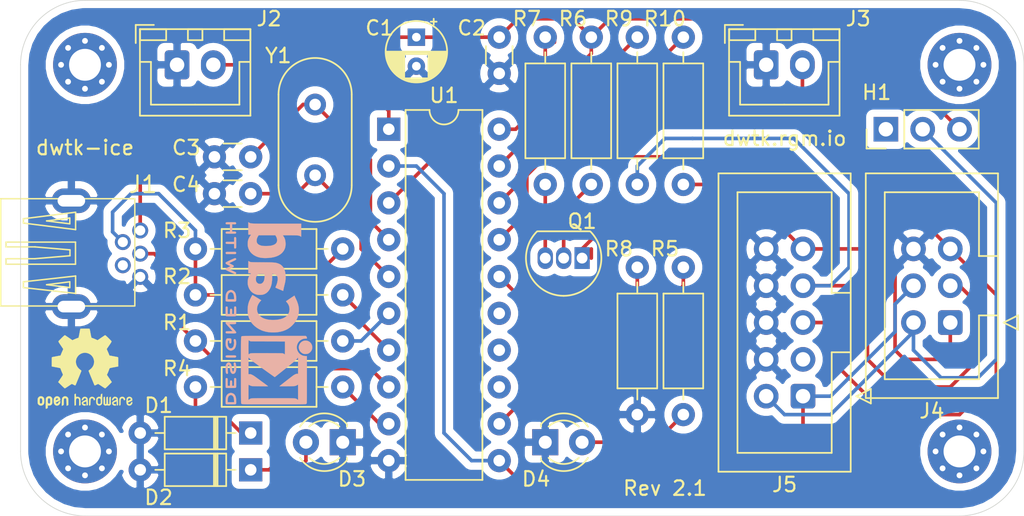
<source format=kicad_pcb>
(kicad_pcb (version 20171130) (host pcbnew 5.1.6)
  (title_block (title dwtk-ice) (date 2020-10-10) (rev 2.1) (company dwtk.rgm.io) (comment 4 "Designed by: Rafael G. Martins"))
  (layers (0 F.Cu signal) (31 B.Cu signal) (35 F.Paste user) (36 B.SilkS user) (37 F.SilkS user) (38 B.Mask user) (39 F.Mask user) (44 Edge.Cuts user))
  (net 0 "")
  (net 1 "Net-(C1-Pad1)")
  (net 2 GND)
  (net 3 "Net-(C3-Pad1)")
  (net 4 "Net-(C4-Pad1)")
  (net 5 "Net-(D1-Pad1)")
  (net 6 "Net-(D2-Pad1)")
  (net 7 "Net-(D3-Pad2)")
  (net 8 "Net-(D4-Pad2)")
  (net 9 "Net-(J2-Pad2)")
  (net 10 "Net-(J3-Pad2)")
  (net 11 "Net-(Q1-Pad2)")
  (net 12 "Net-(Q1-Pad3)")
  (net 13 "Net-(R1-Pad2)")
  (net 14 "Net-(R2-Pad2)")
  (net 15 "Net-(R3-Pad2)")
  (net 16 "Net-(R4-Pad1)")
  (net 17 "Net-(R5-Pad1)")
  (net 18 "Net-(R7-Pad2)")
  (net 19 "Net-(U1-Pad13)")
  (net 20 "Net-(U1-Pad14)")
  (net 21 "Net-(U1-Pad15)")
  (net 22 "Net-(J1-Pad4)")
  (net 23 "Net-(H1-Pad2)")
  (net 24 "Net-(H1-Pad1)")
  (net 25 "Net-(J4-Pad4)")
  (net 26 "Net-(J4-Pad3)")
  (net 27 "Net-(J4-Pad1)")
  (net 28 "Net-(J5-Pad3)")
  (net 29 "Net-(R8-Pad1)")
  (net 30 "Net-(R9-Pad2)")
  (net 31 "Net-(R10-Pad2)")
  (module Resistor_THT:R_Axial_DIN0207_L6.3mm_D2.5mm_P10.16mm_Horizontal (layer F.Cu) (at 196.215 33.655 90)
    (fp_text reference R7 (at 11.43 -1.27 180) (layer F.SilkS))
    (fp_text value 470)
    (pad 1 thru_hole circle (at 0 0 90) (size 1.6 1.6) (drill 0.8) (layers *.Cu *.Mask) (net 12 "Net-(Q1-Pad3)"))
    (pad 2 thru_hole oval (at 10.16 0 90) (size 1.6 1.6) (drill 0.8) (layers *.Cu *.Mask) (net 18 "Net-(R7-Pad2)"))
  )
  (module Resistor_THT:R_Axial_DIN0207_L6.3mm_D2.5mm_P10.16mm_Horizontal (layer F.Cu) (at 205.74 33.655 90)
    (fp_text reference R10 (at 11.43 -1.27 180) (layer F.SilkS))
    (fp_text value 470)
    (pad 2 thru_hole oval (at 10.16 0 90) (size 1.6 1.6) (drill 0.8) (layers *.Cu *.Mask) (net 31 "Net-(R10-Pad2)"))
    (pad 1 thru_hole circle (at 0 0 90) (size 1.6 1.6) (drill 0.8) (layers *.Cu *.Mask) (net 25 "Net-(J4-Pad4)"))
  )
  (module Resistor_THT:R_Axial_DIN0207_L6.3mm_D2.5mm_P10.16mm_Horizontal (layer F.Cu) (at 202.565 33.655 90)
    (fp_text reference R9 (at 11.43 -1.27 180) (layer F.SilkS))
    (fp_text value 470)
    (pad 2 thru_hole oval (at 10.16 0 90) (size 1.6 1.6) (drill 0.8) (layers *.Cu *.Mask) (net 30 "Net-(R9-Pad2)"))
    (pad 1 thru_hole circle (at 0 0 90) (size 1.6 1.6) (drill 0.8) (layers *.Cu *.Mask) (net 26 "Net-(J4-Pad3)"))
  )
  (module Resistor_THT:R_Axial_DIN0207_L6.3mm_D2.5mm_P10.16mm_Horizontal (layer F.Cu) (at 202.565 39.37 270)
    (fp_text reference R8 (at -1.27 1.27 180) (layer F.SilkS))
    (fp_text value 470)
    (pad 2 thru_hole oval (at 10.16 0 270) (size 1.6 1.6) (drill 0.8) (layers *.Cu *.Mask) (net 2 GND))
    (pad 1 thru_hole circle (at 0 0 270) (size 1.6 1.6) (drill 0.8) (layers *.Cu *.Mask) (net 29 "Net-(R8-Pad1)"))
  )
  (module Connector_IDC:IDC-Header_2x05_P2.54mm_Vertical (layer F.Cu) (at 213.995 48.26 180)
    (fp_text reference J5 (at 1.27 -6.1) (layer F.SilkS))
    (fp_text value AVR-ISP-10)
    (pad 10 thru_hole circle (at 2.54 10.16 180) (size 1.7 1.7) (drill 1) (layers *.Cu *.Mask) (net 2 GND))
    (pad 8 thru_hole circle (at 2.54 7.62 180) (size 1.7 1.7) (drill 1) (layers *.Cu *.Mask) (net 2 GND))
    (pad 6 thru_hole circle (at 2.54 5.08 180) (size 1.7 1.7) (drill 1) (layers *.Cu *.Mask) (net 2 GND))
    (pad 4 thru_hole circle (at 2.54 2.54 180) (size 1.7 1.7) (drill 1) (layers *.Cu *.Mask) (net 2 GND))
    (pad 2 thru_hole circle (at 2.54 0 180) (size 1.7 1.7) (drill 1) (layers *.Cu *.Mask) (net 23 "Net-(H1-Pad2)"))
    (pad 9 thru_hole circle (at 0 10.16 180) (size 1.7 1.7) (drill 1) (layers *.Cu *.Mask) (net 27 "Net-(J4-Pad1)"))
    (pad 7 thru_hole circle (at 0 7.62 180) (size 1.7 1.7) (drill 1) (layers *.Cu *.Mask) (net 26 "Net-(J4-Pad3)"))
    (pad 5 thru_hole circle (at 0 5.08 180) (size 1.7 1.7) (drill 1) (layers *.Cu *.Mask) (net 10 "Net-(J3-Pad2)"))
    (pad 3 thru_hole circle (at 0 2.54 180) (size 1.7 1.7) (drill 1) (layers *.Cu *.Mask) (net 28 "Net-(J5-Pad3)"))
    (pad 1 thru_hole roundrect (at 0 0 180) (size 1.7 1.7) (drill 1) (layers *.Cu *.Mask) (roundrect_rratio 0.147059) (net 25 "Net-(J4-Pad4)"))
  )
  (module Connector_IDC:IDC-Header_2x03_P2.54mm_Vertical (layer F.Cu) (at 224.155 43.18 180)
    (fp_text reference J4 (at 1.27 -6.1) (layer F.SilkS))
    (fp_text value AVR-ISP-6)
    (pad 6 thru_hole circle (at 2.54 5.08 180) (size 1.7 1.7) (drill 1) (layers *.Cu *.Mask) (net 2 GND))
    (pad 4 thru_hole circle (at 2.54 2.54 180) (size 1.7 1.7) (drill 1) (layers *.Cu *.Mask) (net 25 "Net-(J4-Pad4)"))
    (pad 2 thru_hole circle (at 2.54 0 180) (size 1.7 1.7) (drill 1) (layers *.Cu *.Mask) (net 23 "Net-(H1-Pad2)"))
    (pad 5 thru_hole circle (at 0 5.08 180) (size 1.7 1.7) (drill 1) (layers *.Cu *.Mask) (net 10 "Net-(J3-Pad2)"))
    (pad 3 thru_hole circle (at 0 2.54 180) (size 1.7 1.7) (drill 1) (layers *.Cu *.Mask) (net 26 "Net-(J4-Pad3)"))
    (pad 1 thru_hole roundrect (at 0 0 180) (size 1.7 1.7) (drill 1) (layers *.Cu *.Mask) (roundrect_rratio 0.147059) (net 27 "Net-(J4-Pad1)"))
  )
  (module Connector_PinHeader_2.54mm:PinHeader_1x03_P2.54mm_Vertical (layer F.Cu) (at 219.71 29.845 90)
    (fp_text reference H1 (at 2.54 -0.635 180) (layer F.SilkS))
    (fp_text value Jumper)
    (pad 3 thru_hole oval (at 0 5.08 90) (size 1.7 1.7) (drill 1) (layers *.Cu *.Mask) (net 1 "Net-(C1-Pad1)"))
    (pad 2 thru_hole oval (at 0 2.54 90) (size 1.7 1.7) (drill 1) (layers *.Cu *.Mask) (net 23 "Net-(H1-Pad2)"))
    (pad 1 thru_hole rect (at 0 0 90) (size 1.7 1.7) (drill 1) (layers *.Cu *.Mask) (net 24 "Net-(H1-Pad1)"))
  )
  (module Symbol:KiCad-Logo2_5mm_SilkScreen (layer B.Cu) (at 177.165 42.545 90)
    (fp_text reference REF** hide)
    (fp_text value KiCad-Logo2_5mm_SilkScreen hide)
  )
  (module Resistor_THT:R_Axial_DIN0207_L6.3mm_D2.5mm_P10.16mm_Horizontal (layer F.Cu) (at 182.245 47.625 180)
    (fp_text reference R4 (at 11.43 1.27) (layer F.SilkS))
    (fp_text value 1k5)
    (pad 2 thru_hole oval (at 10.16 0 180) (size 1.6 1.6) (drill 0.8) (layers *.Cu *.Mask) (net 7 "Net-(D3-Pad2)"))
    (pad 1 thru_hole circle (at 0 0 180) (size 1.6 1.6) (drill 0.8) (layers *.Cu *.Mask) (net 16 "Net-(R4-Pad1)"))
  )
  (module custom-footprints:RND_205-00862 (layer F.Cu) (at 168.275 36.83 270)
    (fp_text reference J1 (at -3.175 -1.27) (layer F.SilkS) (effects (font (size 1.143 1.143) (thickness 0.152)) (justify right)))
    (fp_text value "USB B Mini Female" hide)
    (pad 6 thru_hole oval (at 5.25 4.75 180) (size 2.7 1.7) (drill oval 1.9 0.8) (layers *.Cu *.Mask) (net 2 GND))
    (pad 6 thru_hole oval (at -2.05 4.75 180) (size 2.7 1.7) (drill oval 1.9 0.8) (layers *.Cu *.Mask) (net 2 GND))
    (pad 5 thru_hole circle (at 3.2 0 180) (size 1.1 1.1) (drill 0.7) (layers *.Cu *.Mask) (net 2 GND))
    (pad 4 thru_hole circle (at 2.4 1.2 180) (size 1.1 1.1) (drill 0.7) (layers *.Cu *.Mask) (net 22 "Net-(J1-Pad4)"))
    (pad 3 thru_hole circle (at 1.6 0 180) (size 1.1 1.1) (drill 0.7) (layers *.Cu *.Mask) (net 5 "Net-(D1-Pad1)"))
    (pad 2 thru_hole circle (at 0.8 1.2 180) (size 1.1 1.1) (drill 0.7) (layers *.Cu *.Mask) (net 6 "Net-(D2-Pad1)"))
    (pad 1 thru_hole circle (at 0 0 180) (size 1.1 1.1) (drill 0.7) (layers *.Cu *.Mask) (net 1 "Net-(C1-Pad1)"))
  )
  (module Symbol:OSHW-Logo2_7.3x6mm_SilkScreen (layer F.Cu) (at 164.465 46.355)
    (fp_text reference REF** hide)
    (fp_text value OSHW-Logo2_7.3x6mm_SilkScreen hide)
  )
  (module MountingHole:MountingHole_2.2mm_M2_Pad_Via (layer F.Cu) (at 224.79 25.4)
    (fp_text reference REF** hide)
    (fp_text value MountingHole_2.2mm_M2_Pad_Via)
    (pad 1 thru_hole circle (at 0 0) (size 4.4 4.4) (drill 2.2) (layers *.Cu *.Mask))
    (pad 1 thru_hole circle (at 1.65 0) (size 0.7 0.7) (drill 0.4) (layers *.Cu *.Mask))
    (pad 1 thru_hole circle (at 1.166726 1.166726) (size 0.7 0.7) (drill 0.4) (layers *.Cu *.Mask))
    (pad 1 thru_hole circle (at 0 1.65) (size 0.7 0.7) (drill 0.4) (layers *.Cu *.Mask))
    (pad 1 thru_hole circle (at -1.166726 1.166726) (size 0.7 0.7) (drill 0.4) (layers *.Cu *.Mask))
    (pad 1 thru_hole circle (at -1.65 0) (size 0.7 0.7) (drill 0.4) (layers *.Cu *.Mask))
    (pad 1 thru_hole circle (at -1.166726 -1.166726) (size 0.7 0.7) (drill 0.4) (layers *.Cu *.Mask))
    (pad 1 thru_hole circle (at 0 -1.65) (size 0.7 0.7) (drill 0.4) (layers *.Cu *.Mask))
    (pad 1 thru_hole circle (at 1.166726 -1.166726) (size 0.7 0.7) (drill 0.4) (layers *.Cu *.Mask))
  )
  (module MountingHole:MountingHole_2.2mm_M2_Pad_Via (layer F.Cu) (at 224.79 52.07)
    (fp_text reference REF** hide)
    (fp_text value MountingHole_2.2mm_M2_Pad_Via)
    (pad 1 thru_hole circle (at 1.166726 -1.166726) (size 0.7 0.7) (drill 0.4) (layers *.Cu *.Mask))
    (pad 1 thru_hole circle (at 0 -1.65) (size 0.7 0.7) (drill 0.4) (layers *.Cu *.Mask))
    (pad 1 thru_hole circle (at -1.166726 -1.166726) (size 0.7 0.7) (drill 0.4) (layers *.Cu *.Mask))
    (pad 1 thru_hole circle (at -1.65 0) (size 0.7 0.7) (drill 0.4) (layers *.Cu *.Mask))
    (pad 1 thru_hole circle (at -1.166726 1.166726) (size 0.7 0.7) (drill 0.4) (layers *.Cu *.Mask))
    (pad 1 thru_hole circle (at 0 1.65) (size 0.7 0.7) (drill 0.4) (layers *.Cu *.Mask))
    (pad 1 thru_hole circle (at 1.166726 1.166726) (size 0.7 0.7) (drill 0.4) (layers *.Cu *.Mask))
    (pad 1 thru_hole circle (at 1.65 0) (size 0.7 0.7) (drill 0.4) (layers *.Cu *.Mask))
    (pad 1 thru_hole circle (at 0 0) (size 4.4 4.4) (drill 2.2) (layers *.Cu *.Mask))
  )
  (module MountingHole:MountingHole_2.2mm_M2_Pad_Via (layer F.Cu) (at 164.465 52.07)
    (fp_text reference REF** hide)
    (fp_text value MountingHole_2.2mm_M2_Pad_Via)
    (pad 1 thru_hole circle (at 0 0) (size 4.4 4.4) (drill 2.2) (layers *.Cu *.Mask))
    (pad 1 thru_hole circle (at 1.65 0) (size 0.7 0.7) (drill 0.4) (layers *.Cu *.Mask))
    (pad 1 thru_hole circle (at 1.166726 1.166726) (size 0.7 0.7) (drill 0.4) (layers *.Cu *.Mask))
    (pad 1 thru_hole circle (at 0 1.65) (size 0.7 0.7) (drill 0.4) (layers *.Cu *.Mask))
    (pad 1 thru_hole circle (at -1.166726 1.166726) (size 0.7 0.7) (drill 0.4) (layers *.Cu *.Mask))
    (pad 1 thru_hole circle (at -1.65 0) (size 0.7 0.7) (drill 0.4) (layers *.Cu *.Mask))
    (pad 1 thru_hole circle (at -1.166726 -1.166726) (size 0.7 0.7) (drill 0.4) (layers *.Cu *.Mask))
    (pad 1 thru_hole circle (at 0 -1.65) (size 0.7 0.7) (drill 0.4) (layers *.Cu *.Mask))
    (pad 1 thru_hole circle (at 1.166726 -1.166726) (size 0.7 0.7) (drill 0.4) (layers *.Cu *.Mask))
  )
  (module MountingHole:MountingHole_2.2mm_M2_Pad_Via (layer F.Cu) (at 164.465 25.4)
    (fp_text reference REF** hide)
    (fp_text value MountingHole_2.2mm_M2_Pad_Via)
    (pad 1 thru_hole circle (at 1.166726 -1.166726) (size 0.7 0.7) (drill 0.4) (layers *.Cu *.Mask))
    (pad 1 thru_hole circle (at 0 -1.65) (size 0.7 0.7) (drill 0.4) (layers *.Cu *.Mask))
    (pad 1 thru_hole circle (at -1.166726 -1.166726) (size 0.7 0.7) (drill 0.4) (layers *.Cu *.Mask))
    (pad 1 thru_hole circle (at -1.65 0) (size 0.7 0.7) (drill 0.4) (layers *.Cu *.Mask))
    (pad 1 thru_hole circle (at -1.166726 1.166726) (size 0.7 0.7) (drill 0.4) (layers *.Cu *.Mask))
    (pad 1 thru_hole circle (at 0 1.65) (size 0.7 0.7) (drill 0.4) (layers *.Cu *.Mask))
    (pad 1 thru_hole circle (at 1.166726 1.166726) (size 0.7 0.7) (drill 0.4) (layers *.Cu *.Mask))
    (pad 1 thru_hole circle (at 1.65 0) (size 0.7 0.7) (drill 0.4) (layers *.Cu *.Mask))
    (pad 1 thru_hole circle (at 0 0) (size 4.4 4.4) (drill 2.2) (layers *.Cu *.Mask))
  )
  (module Resistor_THT:R_Axial_DIN0207_L6.3mm_D2.5mm_P10.16mm_Horizontal (layer F.Cu) (at 172.085 41.275)
    (fp_text reference R2 (at -1.27 -1.27) (layer F.SilkS))
    (fp_text value 68)
    (pad 2 thru_hole oval (at 10.16 0) (size 1.6 1.6) (drill 0.8) (layers *.Cu *.Mask) (net 14 "Net-(R2-Pad2)"))
    (pad 1 thru_hole circle (at 0 0) (size 1.6 1.6) (drill 0.8) (layers *.Cu *.Mask) (net 6 "Net-(D2-Pad1)"))
  )
  (module Capacitor_THT:CP_Radial_D4.0mm_P2.00mm (layer F.Cu) (at 187.325 23.495 270)
    (fp_text reference C1 (at -0.635 2.54 180) (layer F.SilkS))
    (fp_text value 10u)
    (pad 1 thru_hole rect (at 0 0 270) (size 1.2 1.2) (drill 0.6) (layers *.Cu *.Mask) (net 1 "Net-(C1-Pad1)"))
    (pad 2 thru_hole circle (at 2 0 270) (size 1.2 1.2) (drill 0.6) (layers *.Cu *.Mask) (net 2 GND))
  )
  (module Capacitor_THT:C_Disc_D3.0mm_W1.6mm_P2.50mm (layer F.Cu) (at 193.04 23.495 270)
    (fp_text reference C2 (at -0.635 1.905 180) (layer F.SilkS))
    (fp_text value 100n)
    (pad 1 thru_hole circle (at 0 0 270) (size 1.6 1.6) (drill 0.8) (layers *.Cu *.Mask) (net 1 "Net-(C1-Pad1)"))
    (pad 2 thru_hole circle (at 2.5 0 270) (size 1.6 1.6) (drill 0.8) (layers *.Cu *.Mask) (net 2 GND))
  )
  (module Capacitor_THT:C_Disc_D3.0mm_W1.6mm_P2.50mm (layer F.Cu) (at 175.895 31.75 180)
    (fp_text reference C3 (at 4.445 0.635) (layer F.SilkS))
    (fp_text value 22p)
    (pad 2 thru_hole circle (at 2.5 0 180) (size 1.6 1.6) (drill 0.8) (layers *.Cu *.Mask) (net 2 GND))
    (pad 1 thru_hole circle (at 0 0 180) (size 1.6 1.6) (drill 0.8) (layers *.Cu *.Mask) (net 3 "Net-(C3-Pad1)"))
  )
  (module Capacitor_THT:C_Disc_D3.0mm_W1.6mm_P2.50mm (layer F.Cu) (at 175.895 34.29 180)
    (fp_text reference C4 (at 4.445 0.635) (layer F.SilkS))
    (fp_text value 22p)
    (pad 1 thru_hole circle (at 0 0 180) (size 1.6 1.6) (drill 0.8) (layers *.Cu *.Mask) (net 4 "Net-(C4-Pad1)"))
    (pad 2 thru_hole circle (at 2.5 0 180) (size 1.6 1.6) (drill 0.8) (layers *.Cu *.Mask) (net 2 GND))
  )
  (module Diode_THT:D_DO-35_SOD27_P7.62mm_Horizontal (layer F.Cu) (at 175.895 50.8 180)
    (fp_text reference D1 (at 6.35 1.905) (layer F.SilkS))
    (fp_text value 3,6)
    (pad 2 thru_hole oval (at 7.62 0 180) (size 1.6 1.6) (drill 0.8) (layers *.Cu *.Mask) (net 2 GND))
    (pad 1 thru_hole rect (at 0 0 180) (size 1.6 1.6) (drill 0.8) (layers *.Cu *.Mask) (net 5 "Net-(D1-Pad1)"))
  )
  (module Diode_THT:D_DO-35_SOD27_P7.62mm_Horizontal (layer F.Cu) (at 175.895 53.34 180)
    (fp_text reference D2 (at 6.35 -1.905) (layer F.SilkS))
    (fp_text value 3,6)
    (pad 1 thru_hole rect (at 0 0 180) (size 1.6 1.6) (drill 0.8) (layers *.Cu *.Mask) (net 6 "Net-(D2-Pad1)"))
    (pad 2 thru_hole oval (at 7.62 0 180) (size 1.6 1.6) (drill 0.8) (layers *.Cu *.Mask) (net 2 GND))
  )
  (module LED_THT:LED_D3.0mm (layer F.Cu) (at 182.245 51.435 180)
    (fp_text reference D3 (at -0.635 -2.54) (layer F.SilkS))
    (fp_text value Red)
    (pad 2 thru_hole circle (at 2.54 0 180) (size 1.8 1.8) (drill 0.9) (layers *.Cu *.Mask) (net 7 "Net-(D3-Pad2)"))
    (pad 1 thru_hole rect (at 0 0 180) (size 1.8 1.8) (drill 0.9) (layers *.Cu *.Mask) (net 2 GND))
  )
  (module LED_THT:LED_D3.0mm (layer F.Cu) (at 196.215 51.435)
    (fp_text reference D4 (at -0.635 2.54) (layer F.SilkS))
    (fp_text value Green)
    (pad 1 thru_hole rect (at 0 0) (size 1.8 1.8) (drill 0.9) (layers *.Cu *.Mask) (net 2 GND))
    (pad 2 thru_hole circle (at 2.54 0) (size 1.8 1.8) (drill 0.9) (layers *.Cu *.Mask) (net 8 "Net-(D4-Pad2)"))
  )
  (module Connector_JST:JST_XH_B2B-XH-A_1x02_P2.50mm_Vertical (layer F.Cu) (at 170.815 25.4)
    (fp_text reference J2 (at 6.35 -3.175) (layer F.SilkS))
    (fp_text value "JST XH2P Female")
    (pad 1 thru_hole roundrect (at 0 0) (size 1.7 2) (drill 1) (layers *.Cu *.Mask) (roundrect_rratio 0.147059) (net 2 GND))
    (pad 2 thru_hole oval (at 2.5 0) (size 1.7 2) (drill 1) (layers *.Cu *.Mask) (net 9 "Net-(J2-Pad2)"))
  )
  (module Connector_JST:JST_XH_B2B-XH-A_1x02_P2.50mm_Vertical (layer F.Cu) (at 211.455 25.4)
    (fp_text reference J3 (at 6.35 -3.175) (layer F.SilkS))
    (fp_text value "JST XH2P Female")
    (pad 2 thru_hole oval (at 2.5 0) (size 1.7 2) (drill 1) (layers *.Cu *.Mask) (net 10 "Net-(J3-Pad2)"))
    (pad 1 thru_hole roundrect (at 0 0) (size 1.7 2) (drill 1) (layers *.Cu *.Mask) (roundrect_rratio 0.147059) (net 2 GND))
  )
  (module Package_TO_SOT_THT:TO-92_Inline (layer F.Cu) (at 198.755 38.735 180)
    (fp_text reference Q1 (at 0 2.54) (layer F.SilkS))
    (fp_text value BC548)
    (pad 2 thru_hole oval (at 1.27 0 180) (size 1.05 1.5) (drill 0.75) (layers *.Cu *.Mask) (net 11 "Net-(Q1-Pad2)"))
    (pad 3 thru_hole oval (at 2.54 0 180) (size 1.05 1.5) (drill 0.75) (layers *.Cu *.Mask) (net 12 "Net-(Q1-Pad3)"))
    (pad 1 thru_hole rect (at 0 0 180) (size 1.05 1.5) (drill 0.75) (layers *.Cu *.Mask) (net 10 "Net-(J3-Pad2)"))
  )
  (module Resistor_THT:R_Axial_DIN0207_L6.3mm_D2.5mm_P10.16mm_Horizontal (layer F.Cu) (at 172.085 44.45)
    (fp_text reference R1 (at -1.27 -1.27) (layer F.SilkS))
    (fp_text value 68)
    (pad 1 thru_hole circle (at 0 0) (size 1.6 1.6) (drill 0.8) (layers *.Cu *.Mask) (net 5 "Net-(D1-Pad1)"))
    (pad 2 thru_hole oval (at 10.16 0) (size 1.6 1.6) (drill 0.8) (layers *.Cu *.Mask) (net 13 "Net-(R1-Pad2)"))
  )
  (module Resistor_THT:R_Axial_DIN0207_L6.3mm_D2.5mm_P10.16mm_Horizontal (layer F.Cu) (at 172.085 38.1)
    (fp_text reference R3 (at -1.27 -1.27) (layer F.SilkS))
    (fp_text value 2k2)
    (pad 2 thru_hole oval (at 10.16 0) (size 1.6 1.6) (drill 0.8) (layers *.Cu *.Mask) (net 15 "Net-(R3-Pad2)"))
    (pad 1 thru_hole circle (at 0 0) (size 1.6 1.6) (drill 0.8) (layers *.Cu *.Mask) (net 6 "Net-(D2-Pad1)"))
  )
  (module Resistor_THT:R_Axial_DIN0207_L6.3mm_D2.5mm_P10.16mm_Horizontal (layer F.Cu) (at 205.74 39.37 270)
    (fp_text reference R5 (at -1.27 1.27 180) (layer F.SilkS))
    (fp_text value 1k5)
    (pad 1 thru_hole circle (at 0 0 270) (size 1.6 1.6) (drill 0.8) (layers *.Cu *.Mask) (net 17 "Net-(R5-Pad1)"))
    (pad 2 thru_hole oval (at 10.16 0 270) (size 1.6 1.6) (drill 0.8) (layers *.Cu *.Mask) (net 8 "Net-(D4-Pad2)"))
  )
  (module Resistor_THT:R_Axial_DIN0207_L6.3mm_D2.5mm_P10.16mm_Horizontal (layer F.Cu) (at 199.39 23.495 270)
    (fp_text reference R6 (at -1.27 1.27 180) (layer F.SilkS))
    (fp_text value 22k)
    (pad 1 thru_hole circle (at 0 0 270) (size 1.6 1.6) (drill 0.8) (layers *.Cu *.Mask) (net 1 "Net-(C1-Pad1)"))
    (pad 2 thru_hole oval (at 10.16 0 270) (size 1.6 1.6) (drill 0.8) (layers *.Cu *.Mask) (net 11 "Net-(Q1-Pad2)"))
  )
  (module Package_DIP:DIP-20_W7.62mm (layer F.Cu) (at 185.42 29.845)
    (fp_text reference U1 (at 3.81 -2.33) (layer F.SilkS))
    (fp_text value ATtiny4313-PU)
    (pad 1 thru_hole rect (at 0 0) (size 1.6 1.6) (drill 0.8) (layers *.Cu *.Mask) (net 9 "Net-(J2-Pad2)"))
    (pad 11 thru_hole oval (at 7.62 22.86) (size 1.6 1.6) (drill 0.8) (layers *.Cu *.Mask) (net 10 "Net-(J3-Pad2)"))
    (pad 2 thru_hole oval (at 0 2.54) (size 1.6 1.6) (drill 0.8) (layers *.Cu *.Mask) (net 10 "Net-(J3-Pad2)"))
    (pad 12 thru_hole oval (at 7.62 20.32) (size 1.6 1.6) (drill 0.8) (layers *.Cu *.Mask) (net 17 "Net-(R5-Pad1)"))
    (pad 3 thru_hole oval (at 0 5.08) (size 1.6 1.6) (drill 0.8) (layers *.Cu *.Mask) (net 18 "Net-(R7-Pad2)"))
    (pad 13 thru_hole oval (at 7.62 17.78) (size 1.6 1.6) (drill 0.8) (layers *.Cu *.Mask) (net 19 "Net-(U1-Pad13)"))
    (pad 4 thru_hole oval (at 0 7.62) (size 1.6 1.6) (drill 0.8) (layers *.Cu *.Mask) (net 3 "Net-(C3-Pad1)"))
    (pad 14 thru_hole oval (at 7.62 15.24) (size 1.6 1.6) (drill 0.8) (layers *.Cu *.Mask) (net 20 "Net-(U1-Pad14)"))
    (pad 5 thru_hole oval (at 0 10.16) (size 1.6 1.6) (drill 0.8) (layers *.Cu *.Mask) (net 4 "Net-(C4-Pad1)"))
    (pad 15 thru_hole oval (at 7.62 12.7) (size 1.6 1.6) (drill 0.8) (layers *.Cu *.Mask) (net 21 "Net-(U1-Pad15)"))
    (pad 6 thru_hole oval (at 0 12.7) (size 1.6 1.6) (drill 0.8) (layers *.Cu *.Mask) (net 13 "Net-(R1-Pad2)"))
    (pad 16 thru_hole oval (at 7.62 10.16) (size 1.6 1.6) (drill 0.8) (layers *.Cu *.Mask) (net 29 "Net-(R8-Pad1)"))
    (pad 7 thru_hole oval (at 0 15.24) (size 1.6 1.6) (drill 0.8) (layers *.Cu *.Mask) (net 14 "Net-(R2-Pad2)"))
    (pad 17 thru_hole oval (at 7.62 7.62) (size 1.6 1.6) (drill 0.8) (layers *.Cu *.Mask) (net 27 "Net-(J4-Pad1)"))
    (pad 8 thru_hole oval (at 0 17.78) (size 1.6 1.6) (drill 0.8) (layers *.Cu *.Mask) (net 15 "Net-(R3-Pad2)"))
    (pad 18 thru_hole oval (at 7.62 5.08) (size 1.6 1.6) (drill 0.8) (layers *.Cu *.Mask) (net 31 "Net-(R10-Pad2)"))
    (pad 9 thru_hole oval (at 0 20.32) (size 1.6 1.6) (drill 0.8) (layers *.Cu *.Mask) (net 16 "Net-(R4-Pad1)"))
    (pad 19 thru_hole oval (at 7.62 2.54) (size 1.6 1.6) (drill 0.8) (layers *.Cu *.Mask) (net 30 "Net-(R9-Pad2)"))
    (pad 10 thru_hole oval (at 0 22.86) (size 1.6 1.6) (drill 0.8) (layers *.Cu *.Mask) (net 2 GND))
    (pad 20 thru_hole oval (at 7.62 0) (size 1.6 1.6) (drill 0.8) (layers *.Cu *.Mask) (net 1 "Net-(C1-Pad1)"))
  )
  (module Crystal:Crystal_HC49-U_Vertical (layer F.Cu) (at 180.34 33.02 90)
    (fp_text reference Y1 (at 8.255 -2.54 180) (layer F.SilkS))
    (fp_text value "20.0000 MHz")
    (pad 1 thru_hole circle (at 0 0 90) (size 1.5 1.5) (drill 0.8) (layers *.Cu *.Mask) (net 4 "Net-(C4-Pad1)"))
    (pad 2 thru_hole circle (at 4.88 0 90) (size 1.5 1.5) (drill 0.8) (layers *.Cu *.Mask) (net 3 "Net-(C3-Pad1)"))
  )
  (gr_line (start 224.79 56.515) (end 164.465 56.515) (layer Edge.Cuts) (width 0.05))
  (gr_line (start 229.235 25.4) (end 229.235 52.07) (layer Edge.Cuts) (width 0.05))
  (gr_line (start 164.465 20.955) (end 224.79 20.955) (layer Edge.Cuts) (width 0.05))
  (gr_arc (start 224.79 25.4) (end 229.235 25.4) (angle -90) (layer Edge.Cuts) (width 0.05))
  (gr_arc (start 224.79 52.07) (end 224.79 56.515) (angle -90) (layer Edge.Cuts) (width 0.05))
  (gr_line (start 160.02 52.07) (end 160.02 25.4) (layer Edge.Cuts) (width 0.05))
  (gr_arc (start 164.465 52.07) (end 160.02 52.07) (angle -90) (layer Edge.Cuts) (width 0.05))
  (gr_arc (start 164.465 25.4) (end 164.465 20.955) (angle -90) (layer Edge.Cuts) (width 0.05))
  (gr_text "Rev 2.1" (at 204.47 54.61) (layer F.SilkS) (effects (font (size 1 1))))
  (gr_text dwtk.rgm.io (at 212.725 30.48) (layer F.SilkS) (effects (font (size 1 1))))
  (gr_text dwtk-ice (at 164.465 31.115) (layer F.SilkS) (effects (font (size 1 1))))
  (segment (start 168.275 24.765) (end 168.275 36.83) (width 0.25) (layer F.Cu) (net 1))
  (segment (start 169.545 23.495) (end 168.275 24.765) (width 0.25) (layer F.Cu) (net 1))
  (segment (start 180.34 23.495) (end 169.545 23.495) (width 0.25) (layer F.Cu) (net 1))
  (segment (start 187.325 23.495) (end 180.34 23.495) (width 0.25) (layer F.Cu) (net 1))
  (segment (start 187.325 23.495) (end 193.04 23.495) (width 0.25) (layer F.Cu) (net 1))
  (segment (start 194.31 22.225) (end 193.04 23.495) (width 0.25) (layer F.Cu) (net 1))
  (segment (start 199.39 23.495) (end 200.025 23.495) (width 0.25) (layer F.Cu) (net 1))
  (segment (start 198.12 22.225) (end 199.39 23.495) (width 0.25) (layer F.Cu) (net 1))
  (segment (start 194.31 22.225) (end 198.12 22.225) (width 0.25) (layer F.Cu) (net 1))
  (segment (start 194.17137 29.845) (end 199.39 24.62637) (width 0.25) (layer F.Cu) (net 1))
  (segment (start 199.39 24.62637) (end 199.39 23.495) (width 0.25) (layer F.Cu) (net 1))
  (segment (start 193.04 29.845) (end 194.17137 29.845) (width 0.25) (layer F.Cu) (net 1))
  (segment (start 199.39 23.495) (end 200.66 22.225) (width 0.25) (layer F.Cu) (net 1))
  (segment (start 224.79 29.845) (end 217.17 22.225) (width 0.25) (layer F.Cu) (net 1))
  (segment (start 200.66 22.225) (end 217.17 22.225) (width 0.25) (layer F.Cu) (net 1))
  (segment (start 179.505 28.14) (end 180.34 28.14) (width 0.25) (layer F.Cu) (net 3))
  (segment (start 175.895 31.75) (end 179.505 28.14) (width 0.25) (layer F.Cu) (net 3))
  (segment (start 184.15 31.95) (end 180.34 28.14) (width 0.25) (layer F.Cu) (net 3))
  (segment (start 184.15 36.195) (end 184.15 31.95) (width 0.25) (layer F.Cu) (net 3))
  (segment (start 185.42 37.465) (end 184.15 36.195) (width 0.25) (layer F.Cu) (net 3))
  (segment (start 179.07 34.29) (end 180.34 33.02) (width 0.25) (layer F.Cu) (net 4))
  (segment (start 175.895 34.29) (end 179.07 34.29) (width 0.25) (layer F.Cu) (net 4))
  (segment (start 185.42 40.005) (end 183.515 38.1) (width 0.25) (layer F.Cu) (net 4))
  (segment (start 183.515 36.195) (end 180.34 33.02) (width 0.25) (layer F.Cu) (net 4))
  (segment (start 183.515 38.1) (end 183.515 36.195) (width 0.25) (layer F.Cu) (net 4))
  (segment (start 168.275 38.43) (end 169.24 38.43) (width 0.25) (layer F.Cu) (net 5))
  (segment (start 169.24 38.43) (end 170.18 39.37) (width 0.25) (layer F.Cu) (net 5))
  (segment (start 170.18 42.545) (end 172.085 44.45) (width 0.25) (layer F.Cu) (net 5))
  (segment (start 170.18 39.37) (end 170.18 42.545) (width 0.25) (layer F.Cu) (net 5))
  (segment (start 175.895 50.8) (end 175.26 50.8) (width 0.25) (layer F.Cu) (net 5))
  (segment (start 175.26 50.8) (end 173.99 49.53) (width 0.25) (layer F.Cu) (net 5))
  (segment (start 173.99 48.26) (end 173.99 46.355) (width 0.25) (layer F.Cu) (net 5))
  (segment (start 173.99 49.53) (end 173.99 48.26) (width 0.25) (layer F.Cu) (net 5))
  (segment (start 173.99 46.355) (end 172.085 44.45) (width 0.25) (layer F.Cu) (net 5))
  (segment (start 172.085 41.275) (end 172.085 38.1) (width 0.25) (layer F.Cu) (net 6))
  (segment (start 175.895 53.34) (end 177.165 53.34) (width 0.25) (layer F.Cu) (net 6))
  (segment (start 177.165 53.34) (end 177.8 52.705) (width 0.25) (layer F.Cu) (net 6))
  (segment (start 177.8 52.705) (end 177.8 49.53) (width 0.25) (layer F.Cu) (net 6))
  (segment (start 177.8 49.53) (end 175.26 46.99) (width 0.25) (layer F.Cu) (net 6))
  (segment (start 175.26 46.99) (end 175.26 42.545) (width 0.25) (layer F.Cu) (net 6))
  (segment (start 173.99 41.275) (end 172.085 41.275) (width 0.25) (layer F.Cu) (net 6))
  (segment (start 175.26 42.545) (end 173.99 41.275) (width 0.25) (layer F.Cu) (net 6))
  (segment (start 167.075 37.63) (end 166.37 36.925) (width 0.25) (layer B.Cu) (net 6))
  (segment (start 172.085 36.83) (end 172.085 38.1) (width 0.25) (layer B.Cu) (net 6))
  (segment (start 166.37 36.925) (end 166.37 35.56) (width 0.25) (layer B.Cu) (net 6))
  (segment (start 166.37 35.56) (end 167.64 34.29) (width 0.25) (layer B.Cu) (net 6))
  (segment (start 167.64 34.29) (end 169.545 34.29) (width 0.25) (layer B.Cu) (net 6))
  (segment (start 169.545 34.29) (end 172.085 36.83) (width 0.25) (layer B.Cu) (net 6))
  (segment (start 179.705 52.705) (end 179.705 51.435) (width 0.25) (layer F.Cu) (net 7))
  (segment (start 177.165 55.245) (end 179.705 52.705) (width 0.25) (layer F.Cu) (net 7))
  (segment (start 172.085 52.705) (end 174.625 55.245) (width 0.25) (layer F.Cu) (net 7))
  (segment (start 174.625 55.245) (end 177.165 55.245) (width 0.25) (layer F.Cu) (net 7))
  (segment (start 172.085 47.625) (end 172.085 52.705) (width 0.25) (layer F.Cu) (net 7))
  (segment (start 203.835 51.435) (end 205.74 49.53) (width 0.25) (layer F.Cu) (net 8))
  (segment (start 198.755 51.435) (end 203.835 51.435) (width 0.25) (layer F.Cu) (net 8))
  (segment (start 173.315 25.4) (end 180.34 25.4) (width 0.25) (layer F.Cu) (net 9))
  (segment (start 185.42 29.845) (end 185.42 28.575) (width 0.25) (layer F.Cu) (net 9))
  (segment (start 182.245 25.4) (end 180.34 25.4) (width 0.25) (layer F.Cu) (net 9))
  (segment (start 185.42 28.575) (end 182.245 25.4) (width 0.25) (layer F.Cu) (net 9))
  (segment (start 185.42 32.385) (end 187.325 32.385) (width 0.25) (layer B.Cu) (net 10))
  (segment (start 187.325 32.385) (end 189.23 34.29) (width 0.25) (layer B.Cu) (net 10))
  (segment (start 189.23 34.29) (end 189.23 50.8) (width 0.25) (layer B.Cu) (net 10))
  (segment (start 191.135 52.705) (end 193.04 52.705) (width 0.25) (layer B.Cu) (net 10))
  (segment (start 189.23 50.8) (end 191.135 52.705) (width 0.25) (layer B.Cu) (net 10))
  (segment (start 216.535 46.355) (end 219.71 49.53) (width 0.25) (layer F.Cu) (net 10))
  (segment (start 216.535 43.18) (end 216.535 46.355) (width 0.25) (layer F.Cu) (net 10))
  (segment (start 213.995 43.18) (end 216.535 43.18) (width 0.25) (layer F.Cu) (net 10))
  (segment (start 199.39 38.735) (end 199.39 38.1) (width 0.25) (layer F.Cu) (net 10))
  (segment (start 207.645 38.1) (end 207.645 51.435) (width 0.25) (layer F.Cu) (net 10))
  (segment (start 206.375 36.83) (end 207.645 38.1) (width 0.25) (layer F.Cu) (net 10))
  (segment (start 200.025 36.83) (end 206.375 36.83) (width 0.25) (layer F.Cu) (net 10))
  (segment (start 198.755 38.1) (end 200.025 36.83) (width 0.25) (layer F.Cu) (net 10))
  (segment (start 198.755 38.735) (end 198.755 38.1) (width 0.25) (layer F.Cu) (net 10))
  (segment (start 194.945 54.61) (end 193.04 52.705) (width 0.25) (layer F.Cu) (net 10))
  (segment (start 204.47 54.61) (end 194.945 54.61) (width 0.25) (layer F.Cu) (net 10))
  (segment (start 207.01 52.07) (end 204.47 54.61) (width 0.25) (layer F.Cu) (net 10))
  (segment (start 207.01 52.07) (end 207.645 51.435) (width 0.25) (layer F.Cu) (net 10))
  (segment (start 214.63 54.61) (end 219.71 49.53) (width 0.25) (layer F.Cu) (net 10))
  (segment (start 210.82 54.61) (end 214.63 54.61) (width 0.25) (layer F.Cu) (net 10))
  (segment (start 207.645 51.435) (end 210.82 54.61) (width 0.25) (layer F.Cu) (net 10))
  (segment (start 227.33 41.275) (end 224.155 38.1) (width 0.25) (layer F.Cu) (net 10))
  (segment (start 227.33 46.99) (end 227.33 41.275) (width 0.25) (layer F.Cu) (net 10))
  (segment (start 224.79 49.53) (end 227.33 46.99) (width 0.25) (layer F.Cu) (net 10))
  (segment (start 219.71 49.53) (end 224.79 49.53) (width 0.25) (layer F.Cu) (net 10))
  (segment (start 213.955 27.9) (end 224.155 38.1) (width 0.25) (layer F.Cu) (net 10))
  (segment (start 213.955 25.4) (end 213.955 27.9) (width 0.25) (layer F.Cu) (net 10))
  (segment (start 197.485 35.56) (end 199.39 33.655) (width 0.25) (layer F.Cu) (net 11))
  (segment (start 197.485 38.735) (end 197.485 35.56) (width 0.25) (layer F.Cu) (net 11))
  (segment (start 196.215 38.735) (end 196.215 33.655) (width 0.25) (layer F.Cu) (net 12))
  (segment (start 183.515 44.45) (end 185.42 42.545) (width 0.25) (layer B.Cu) (net 13))
  (segment (start 182.245 44.45) (end 183.515 44.45) (width 0.25) (layer B.Cu) (net 13))
  (segment (start 182.245 41.275) (end 183.515 42.545) (width 0.25) (layer F.Cu) (net 14))
  (segment (start 183.515 42.545) (end 183.515 43.18) (width 0.25) (layer F.Cu) (net 14))
  (segment (start 183.515 43.18) (end 185.42 45.085) (width 0.25) (layer F.Cu) (net 14))
  (segment (start 181.61 46.355) (end 183.515 46.355) (width 0.25) (layer F.Cu) (net 15))
  (segment (start 179.705 44.45) (end 181.61 46.355) (width 0.25) (layer F.Cu) (net 15))
  (segment (start 179.705 40.64) (end 179.705 44.45) (width 0.25) (layer F.Cu) (net 15))
  (segment (start 182.245 38.1) (end 179.705 40.64) (width 0.25) (layer F.Cu) (net 15))
  (segment (start 185.42 47.625) (end 184.15 46.355) (width 0.25) (layer F.Cu) (net 15))
  (segment (start 184.15 46.355) (end 183.515 46.355) (width 0.25) (layer F.Cu) (net 15))
  (segment (start 184.785 50.165) (end 185.42 50.165) (width 0.25) (layer F.Cu) (net 16))
  (segment (start 182.245 47.625) (end 184.785 50.165) (width 0.25) (layer F.Cu) (net 16))
  (segment (start 205.74 40.64) (end 205.74 39.37) (width 0.25) (layer F.Cu) (net 17))
  (segment (start 201.93 44.45) (end 205.74 40.64) (width 0.25) (layer F.Cu) (net 17))
  (segment (start 198.755 44.45) (end 201.93 44.45) (width 0.25) (layer F.Cu) (net 17))
  (segment (start 193.04 50.165) (end 198.755 44.45) (width 0.25) (layer F.Cu) (net 17))
  (segment (start 196.85 23.850002) (end 196.85 23.495) (width 0.25) (layer F.Cu) (net 18))
  (segment (start 192.405 27.94) (end 185.42 34.925) (width 0.25) (layer F.Cu) (net 18))
  (segment (start 194.31 27.94) (end 192.405 27.94) (width 0.25) (layer F.Cu) (net 18))
  (segment (start 196.215 26.035) (end 194.31 27.94) (width 0.25) (layer F.Cu) (net 18))
  (segment (start 196.215 23.495) (end 196.215 26.035) (width 0.25) (layer F.Cu) (net 18))
  (segment (start 221.615 43.815) (end 221.615 43.18) (width 0.25) (layer B.Cu) (net 23))
  (segment (start 215.9 49.53) (end 221.615 43.815) (width 0.25) (layer B.Cu) (net 23))
  (segment (start 212.725 49.53) (end 215.9 49.53) (width 0.25) (layer B.Cu) (net 23))
  (segment (start 211.455 48.26) (end 212.725 49.53) (width 0.25) (layer B.Cu) (net 23))
  (segment (start 226.06 46.99) (end 227.33 45.72) (width 0.25) (layer B.Cu) (net 23))
  (segment (start 223.52 46.99) (end 226.06 46.99) (width 0.25) (layer B.Cu) (net 23))
  (segment (start 221.615 45.085) (end 223.52 46.99) (width 0.25) (layer B.Cu) (net 23))
  (segment (start 221.615 45.085) (end 221.615 43.18) (width 0.25) (layer B.Cu) (net 23))
  (segment (start 222.25 29.845) (end 227.33 34.925) (width 0.25) (layer B.Cu) (net 23))
  (segment (start 227.33 45.72) (end 227.33 34.925) (width 0.25) (layer B.Cu) (net 23))
  (segment (start 207.645 33.655) (end 205.74 33.655) (width 0.25) (layer F.Cu) (net 25))
  (segment (start 208.915 50.8) (end 208.915 34.925) (width 0.25) (layer F.Cu) (net 25))
  (segment (start 210.82 52.705) (end 208.915 50.8) (width 0.25) (layer F.Cu) (net 25))
  (segment (start 212.09 52.705) (end 210.82 52.705) (width 0.25) (layer F.Cu) (net 25))
  (segment (start 208.915 34.925) (end 207.645 33.655) (width 0.25) (layer F.Cu) (net 25))
  (segment (start 213.995 50.8) (end 212.09 52.705) (width 0.25) (layer F.Cu) (net 25))
  (segment (start 213.995 48.26) (end 213.995 50.8) (width 0.25) (layer F.Cu) (net 25))
  (segment (start 220.345 43.815) (end 220.345 41.91) (width 0.25) (layer B.Cu) (net 25))
  (segment (start 215.9 48.26) (end 220.345 43.815) (width 0.25) (layer B.Cu) (net 25))
  (segment (start 213.995 48.26) (end 215.9 48.26) (width 0.25) (layer B.Cu) (net 25))
  (segment (start 220.345 41.91) (end 221.615 40.64) (width 0.25) (layer B.Cu) (net 25))
  (segment (start 215.9 40.64) (end 213.995 40.64) (width 0.25) (layer B.Cu) (net 26))
  (segment (start 217.17 39.37) (end 215.9 40.64) (width 0.25) (layer B.Cu) (net 26))
  (segment (start 217.17 34.29) (end 217.17 39.37) (width 0.25) (layer B.Cu) (net 26))
  (segment (start 213.36 30.48) (end 217.17 34.29) (width 0.25) (layer B.Cu) (net 26))
  (segment (start 202.565 33.655) (end 202.565 32.385) (width 0.25) (layer B.Cu) (net 26))
  (segment (start 202.565 32.385) (end 204.47 30.48) (width 0.25) (layer B.Cu) (net 26))
  (segment (start 204.47 30.48) (end 206.375 30.48) (width 0.25) (layer B.Cu) (net 26))
  (segment (start 206.375 30.48) (end 213.36 30.48) (width 0.25) (layer B.Cu) (net 26))
  (segment (start 224.79 40.64) (end 224.155 40.64) (width 0.25) (layer F.Cu) (net 26))
  (segment (start 226.06 41.91) (end 224.79 40.64) (width 0.25) (layer F.Cu) (net 26))
  (segment (start 224.155 47.625) (end 226.06 45.72) (width 0.25) (layer F.Cu) (net 26))
  (segment (start 220.345 47.625) (end 224.155 47.625) (width 0.25) (layer F.Cu) (net 26))
  (segment (start 218.44 45.72) (end 220.345 47.625) (width 0.25) (layer F.Cu) (net 26))
  (segment (start 218.44 40.64) (end 218.44 45.72) (width 0.25) (layer F.Cu) (net 26))
  (segment (start 226.06 45.72) (end 226.06 41.91) (width 0.25) (layer F.Cu) (net 26))
  (segment (start 213.995 40.64) (end 218.44 40.64) (width 0.25) (layer F.Cu) (net 26))
  (segment (start 213.145001 37.250001) (end 213.995 38.1) (width 0.25) (layer F.Cu) (net 27))
  (segment (start 207.645 31.75) (end 213.145001 37.250001) (width 0.25) (layer F.Cu) (net 27))
  (segment (start 194.945 33.02) (end 196.215 31.75) (width 0.25) (layer F.Cu) (net 27))
  (segment (start 194.945 35.56) (end 194.945 33.02) (width 0.25) (layer F.Cu) (net 27))
  (segment (start 193.04 37.465) (end 194.945 35.56) (width 0.25) (layer F.Cu) (net 27))
  (segment (start 196.215 31.75) (end 207.645 31.75) (width 0.25) (layer F.Cu) (net 27))
  (segment (start 223.52 45.72) (end 224.155 45.085) (width 0.25) (layer F.Cu) (net 27))
  (segment (start 220.98 45.72) (end 223.52 45.72) (width 0.25) (layer F.Cu) (net 27))
  (segment (start 220.345 45.085) (end 220.98 45.72) (width 0.25) (layer F.Cu) (net 27))
  (segment (start 220.345 39.37) (end 220.345 45.085) (width 0.25) (layer F.Cu) (net 27))
  (segment (start 219.075 38.1) (end 220.345 39.37) (width 0.25) (layer F.Cu) (net 27))
  (segment (start 213.995 38.1) (end 219.075 38.1) (width 0.25) (layer F.Cu) (net 27))
  (segment (start 224.155 45.085) (end 224.155 43.18) (width 0.25) (layer F.Cu) (net 27))
  (segment (start 202.565 41.91) (end 202.565 39.37) (width 0.25) (layer F.Cu) (net 29))
  (segment (start 196.215 43.18) (end 201.295 43.18) (width 0.25) (layer F.Cu) (net 29))
  (segment (start 201.295 43.18) (end 202.565 41.91) (width 0.25) (layer F.Cu) (net 29))
  (segment (start 193.04 40.005) (end 196.215 43.18) (width 0.25) (layer F.Cu) (net 29))
  (segment (start 202.565 23.99137) (end 202.565 23.495) (width 0.25) (layer F.Cu) (net 30))
  (segment (start 193.04 32.385) (end 199.39 26.035) (width 0.25) (layer F.Cu) (net 30))
  (segment (start 200.025 26.035) (end 202.565 23.495) (width 0.25) (layer F.Cu) (net 30))
  (segment (start 199.39 26.035) (end 200.025 26.035) (width 0.25) (layer F.Cu) (net 30))
  (segment (start 193.04 34.925) (end 194.31 33.655) (width 0.25) (layer F.Cu) (net 31))
  (segment (start 194.31 33.655) (end 194.31 33.02) (width 0.25) (layer F.Cu) (net 31))
  (segment (start 194.49499 32.83501) (end 194.494991 32.833599) (width 0.25) (layer F.Cu) (net 31))
  (segment (start 194.494991 32.833599) (end 200.02359 27.305) (width 0.25) (layer F.Cu) (net 31))
  (segment (start 194.31 33.02) (end 194.49499 32.83501) (width 0.25) (layer F.Cu) (net 31))
  (segment (start 201.93 27.305) (end 205.74 23.495) (width 0.25) (layer F.Cu) (net 31))
  (segment (start 200.02359 27.305) (end 201.93 27.305) (width 0.25) (layer F.Cu) (net 31))
  (zone (net 2) (net_name GND) (layer B.Cu) (connect_pads (clearance 0.508)) (min_thickness 0.254) (fill yes (arc_segments 32) (thermal_gap 0.508) (thermal_bridge_width 0.508))
    (polygon (pts (xy 229.235 56.515) (xy 160.02 56.515) (xy 160.02 20.955) (xy 229.235 20.955)))
  )
)
</source>
